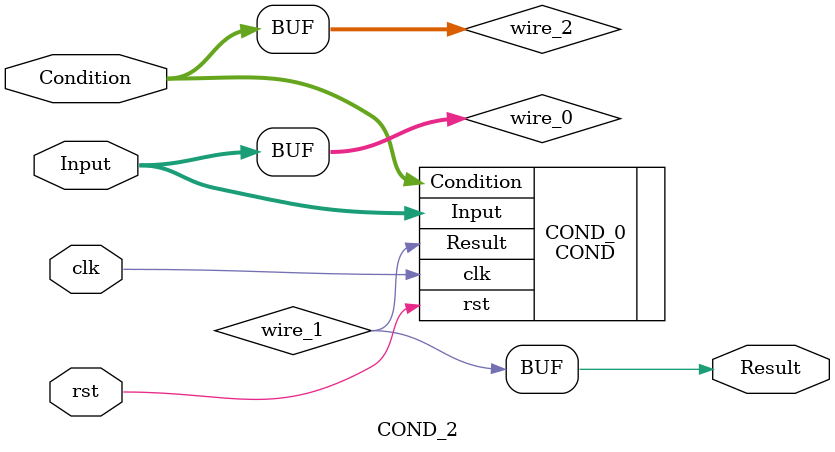
<source format=v>
module COND_2 (clk, rst, Condition, Input, Result);
  parameter UUID = 0;
  parameter NAME = "";
  input wire clk;
  input wire rst;

  input  wire [7:0] Condition;
  input  wire [7:0] Input;
  output  wire [0:0] Result;

  COND # (.UUID(64'd3108709204868392643 ^ UUID)) COND_0 (.clk(clk), .rst(rst), .Condition(wire_2), .Input(wire_0), .Result(wire_1));
  TC_Constant # (.UUID(64'd1579847012083914689 ^ UUID), .BIT_WIDTH(64'd1), .value(1'd0)) Off_1 (.out());
  TC_Constant # (.UUID(64'd2336574988780852538 ^ UUID), .BIT_WIDTH(64'd1), .value(1'd0)) Off_2 (.out());
  TC_Constant # (.UUID(64'd1400077505720815334 ^ UUID), .BIT_WIDTH(64'd1), .value(1'd0)) Off_3 (.out());
  TC_Constant # (.UUID(64'd3067636142243412201 ^ UUID), .BIT_WIDTH(64'd1), .value(1'd0)) Off_4 (.out());

  wire [7:0] wire_0;
  assign wire_0 = Input;
  wire [0:0] wire_1;
  assign Result = wire_1;
  wire [7:0] wire_2;
  assign wire_2 = Condition;

endmodule

</source>
